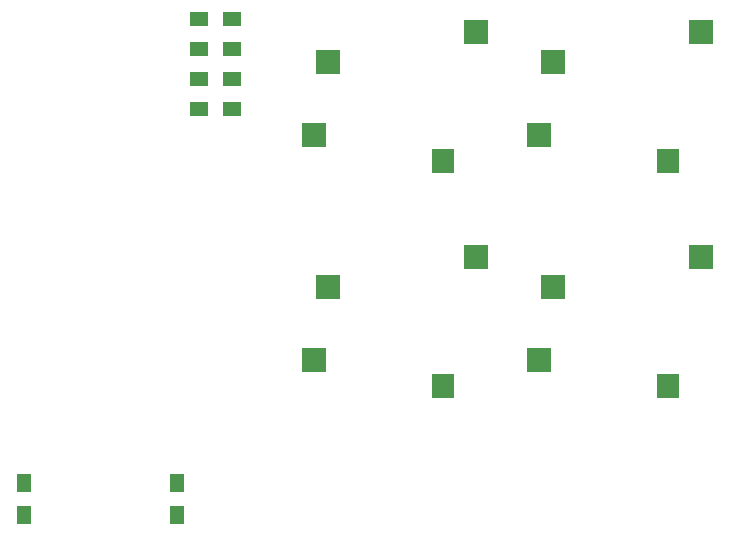
<source format=gbp>
G04 #@! TF.GenerationSoftware,KiCad,Pcbnew,(5.0.2)-1*
G04 #@! TF.CreationDate,2019-04-07T10:59:11+09:00*
G04 #@! TF.ProjectId,mitcard,6d697463-6172-4642-9e6b-696361645f70,rev?*
G04 #@! TF.SameCoordinates,Original*
G04 #@! TF.FileFunction,Paste,Bot*
G04 #@! TF.FilePolarity,Positive*
%FSLAX46Y46*%
G04 Gerber Fmt 4.6, Leading zero omitted, Abs format (unit mm)*
G04 Created by KiCad (PCBNEW (5.0.2)-1) date 2019/04/07 10:59:11*
%MOMM*%
%LPD*%
G01*
G04 APERTURE LIST*
%ADD10R,2.000000X2.000000*%
%ADD11R,1.900000X2.000000*%
%ADD12R,1.600000X1.200000*%
%ADD13R,1.200000X1.500000*%
G04 APERTURE END LIST*
D10*
G04 #@! TO.C,SW4*
X129150000Y-77470000D03*
X116650000Y-80010000D03*
D11*
X126350000Y-88450000D03*
D10*
X115450000Y-86250000D03*
G04 #@! TD*
D12*
G04 #@! TO.C,D1*
X89415000Y-57375000D03*
X86615000Y-57375000D03*
G04 #@! TD*
G04 #@! TO.C,D2*
X89415000Y-64995000D03*
X86615000Y-64995000D03*
G04 #@! TD*
G04 #@! TO.C,D3*
X86615000Y-59915000D03*
X89415000Y-59915000D03*
G04 #@! TD*
G04 #@! TO.C,D4*
X86615000Y-62455000D03*
X89415000Y-62455000D03*
G04 #@! TD*
D13*
G04 #@! TO.C,R1*
X84745000Y-99365000D03*
X84745000Y-96665000D03*
G04 #@! TD*
G04 #@! TO.C,R2*
X71860000Y-96650000D03*
X71860000Y-99350000D03*
G04 #@! TD*
D10*
G04 #@! TO.C,SW2*
X110100000Y-77470000D03*
X97600000Y-80010000D03*
D11*
X107300000Y-88450000D03*
D10*
X96400000Y-86250000D03*
G04 #@! TD*
G04 #@! TO.C,SW3*
X115450000Y-67200000D03*
D11*
X126350000Y-69400000D03*
D10*
X116650000Y-60960000D03*
X129150000Y-58420000D03*
G04 #@! TD*
G04 #@! TO.C,SW1*
X110100000Y-58420000D03*
X97600000Y-60960000D03*
D11*
X107300000Y-69400000D03*
D10*
X96400000Y-67200000D03*
G04 #@! TD*
M02*

</source>
